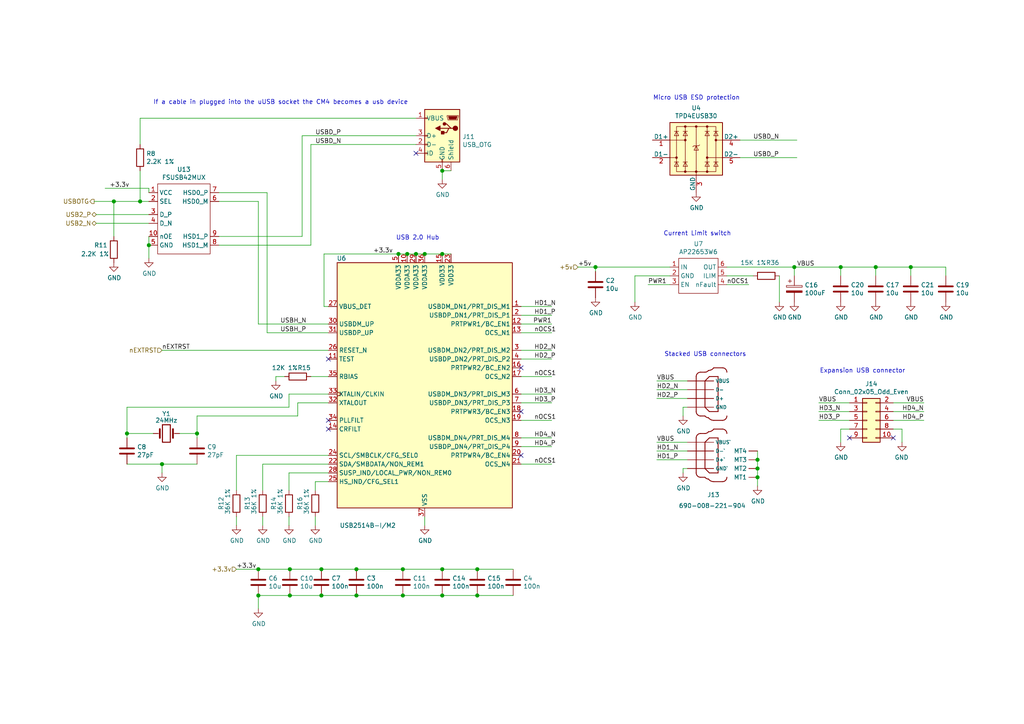
<source format=kicad_sch>
(kicad_sch (version 20211123) (generator eeschema)
  (paper "A4")
  (title_block (title "Compute Module 4 IO Board - USB") (rev "1") (company "© 2020-2022 Raspberry Pi Ltd (formerly Raspberry Pi (Trading) Ltd.)") (comment 1 "www.raspberrypi.com"))
  (lib_symbols
    (symbol "CM4IO:AP2553W6"
      (property "Reference" "U" (at 3.81 -6.35 0))
      (property "Value" "AP2553W6" (at -3.81 -6.35 0))
      (symbol "AP2553W6_0_0"
        (pin power_in line (at -8.89 2.54 0) (length 2.54) (name "IN") (number "1"))
        (pin power_out line (at -8.89 0 0) (length 2.54) (name "GND") (number "2"))
        (pin input line (at -8.89 -2.54 0) (length 2.54) (name "EN") (number "3"))
        (pin open_collector line (at 7.62 -2.54 180) (length 2.54) (name "nFault") (number "4"))
        (pin passive line (at 7.62 0 180) (length 2.54) (name "ILIM") (number "5"))
        (pin power_out line (at 7.62 2.54 180) (length 2.54) (name "OUT") (number "6"))
      )
    )
    (symbol "CM4IO:FSUSB42MX"
      (property "Reference" "U" (at -7.62 20.32 0))
      (property "Value" "FSUSB42MX" (at -2.54 -2.54 0))
      (symbol "FSUSB42MX_0_0"
        (pin power_in line (at 8.89 16.51 180) (length 2.54) (name "VCC") (number "1"))
        (pin input line (at 8.89 3.81 180) (length 2.54) (name "nOE") (number "10"))
        (pin input line (at 8.89 13.97 180) (length 2.54) (name "SEL") (number "2"))
        (pin bidirectional line (at 8.89 10.16 180) (length 2.54) (name "D_P") (number "3"))
        (pin bidirectional line (at 8.89 7.62 180) (length 2.54) (name "D_N") (number "4"))
        (pin power_in line (at 8.89 1.27 180) (length 2.54) (name "GND") (number "5"))
        (pin bidirectional line (at -11.43 13.97 0) (length 2.54) (name "HSD0_M") (number "6"))
        (pin bidirectional line (at -11.43 16.51 0) (length 2.54) (name "HSD0_P") (number "7"))
        (pin bidirectional line (at -11.43 1.27 0) (length 2.54) (name "HSD1_M") (number "8"))
        (pin bidirectional line (at -11.43 3.81 0) (length 2.54) (name "HSD1_P") (number "9"))
      )
    )
    (symbol "CM4IO:TPD4EUSB30" (pin_names (offset 0))
      (property "Reference" "U" (at -0.635 8.89 0))
      (property "Value" "TPD4EUSB30" (at 8.89 -10.16 0))
      (symbol "TPD4EUSB30_1_1"
        (pin passive line (at -12.7 2.54 0) (length 5.08) (name "D1+") (number "1"))
        (pin passive line (at -12.7 2.54 0) (length 5.08) hide (name "~") (number "10"))
        (pin passive line (at -12.7 -2.54 0) (length 5.08) (name "D1-") (number "2"))
        (pin power_in line (at 0 -12.7 90) (length 5.08) (name "GND") (number "3"))
        (pin passive line (at 12.7 2.54 180) (length 5.08) (name "D2+") (number "4"))
        (pin passive line (at 12.7 -2.54 180) (length 5.08) (name "D2-") (number "5"))
        (pin passive line (at 12.7 -2.54 180) (length 5.08) hide (name "~") (number "6"))
        (pin passive line (at 12.7 2.54 180) (length 5.08) hide (name "~") (number "7"))
        (pin passive line (at 0 -12.7 90) (length 5.08) hide (name "GND") (number "8"))
        (pin passive line (at -12.7 -2.54 0) (length 5.08) hide (name "~") (number "9"))
      )
    )
    (symbol "CM4IO:USB_67298-4090" (pin_numbers hide)
      (property "Reference" "J" (at -5.08 21.6408 0))
      (property "Value" "USB_67298-4090" (at -5.08 -17.8054 0))
      (symbol "USB_67298-4090_0_0"
        (pin power_in line (at -7.62 -2.54 0) (length 7.62) (name "VBUS`") (number "1"))
        (pin passive line (at -7.62 -5.08 0) (length 7.62) (name "D-`") (number "2"))
        (pin passive line (at -7.62 -7.62 0) (length 7.62) (name "D+`") (number "3"))
        (pin power_in line (at -7.62 -10.16 0) (length 7.62) (name "GND`") (number "4"))
        (pin power_in line (at -7.62 15.24 0) (length 7.62) (name "VBUS") (number "5"))
        (pin passive line (at -7.62 12.7 0) (length 7.62) (name "D-") (number "6"))
        (pin passive line (at -7.62 10.16 0) (length 7.62) (name "D+") (number "7"))
        (pin power_in line (at -7.62 7.62 0) (length 7.62) (name "GND") (number "8"))
        (pin passive line (at 12.7 -12.7 180) (length 2.54) (name "MT1") (number "MT1"))
        (pin passive line (at 12.7 -10.16 180) (length 2.54) (name "MT2") (number "MT2"))
        (pin passive line (at 12.7 -7.62 180) (length 2.54) (name "MT3") (number "MT3"))
        (pin passive line (at 12.7 -5.08 180) (length 2.54) (name "MT4") (number "MT4"))
      )
    )
    (symbol "Connector:USB_OTG"
      (property "Reference" "J" (at -5.08 11.43 0))
      (property "Value" "USB_OTG" (at -5.08 8.89 0))
      (symbol "USB_OTG_1_1"
        (pin power_in line (at 7.62 5.08 180) (length 2.54) (name "VBUS") (number "1"))
        (pin passive line (at 7.62 -2.54 180) (length 2.54) (name "D-") (number "2"))
        (pin passive line (at 7.62 0 180) (length 2.54) (name "D+") (number "3"))
        (pin passive line (at 7.62 -5.08 180) (length 2.54) (name "ID") (number "4"))
        (pin power_in line (at 0 -10.16 90) (length 2.54) (name "GND") (number "5"))
        (pin passive line (at -2.54 -10.16 90) (length 2.54) (name "Shield") (number "6"))
      )
    )
    (symbol "Connector_Generic:Conn_02x05_Odd_Even" (pin_names hide)
      (property "Reference" "J" (at 1.27 7.62 0))
      (property "Value" "Conn_02x05_Odd_Even" (at 1.27 -7.62 0))
      (symbol "Conn_02x05_Odd_Even_1_1"
        (pin passive line (at -5.08 5.08 0) (length 3.81) (name "Pin_1") (number "1"))
        (pin passive line (at 7.62 -5.08 180) (length 3.81) (name "Pin_10") (number "10"))
        (pin passive line (at 7.62 5.08 180) (length 3.81) (name "Pin_2") (number "2"))
        (pin passive line (at -5.08 2.54 0) (length 3.81) (name "Pin_3") (number "3"))
        (pin passive line (at 7.62 2.54 180) (length 3.81) (name "Pin_4") (number "4"))
        (pin passive line (at -5.08 0 0) (length 3.81) (name "Pin_5") (number "5"))
        (pin passive line (at 7.62 0 180) (length 3.81) (name "Pin_6") (number "6"))
        (pin passive line (at -5.08 -2.54 0) (length 3.81) (name "Pin_7") (number "7"))
        (pin passive line (at 7.62 -2.54 180) (length 3.81) (name "Pin_8") (number "8"))
        (pin passive line (at -5.08 -5.08 0) (length 3.81) (name "Pin_9") (number "9"))
      )
    )
    (symbol "Device:C" (pin_numbers hide) (pin_names (offset 0.254))
      (property "Reference" "C" (at 0.635 2.54 0))
      (property "Value" "C" (at 0.635 -2.54 0))
      (symbol "C_1_1"
        (pin passive line (at 0 3.81 270) (length 2.794) (name "~") (number "1"))
        (pin passive line (at 0 -3.81 90) (length 2.794) (name "~") (number "2"))
      )
    )
    (symbol "Device:CP" (pin_numbers hide) (pin_names (offset 0.254))
      (property "Reference" "C" (at 0.635 2.54 0))
      (property "Value" "CP" (at 0.635 -2.54 0))
      (symbol "CP_1_1"
        (pin passive line (at 0 3.81 270) (length 2.794) (name "~") (number "1"))
        (pin passive line (at 0 -3.81 90) (length 2.794) (name "~") (number "2"))
      )
    )
    (symbol "Device:Crystal" (pin_numbers hide) (pin_names hide)
      (property "Reference" "Y" (at 0 3.81 0))
      (property "Value" "Crystal" (at 0 -3.81 0))
      (symbol "Crystal_1_1"
        (pin passive line (at -3.81 0 0) (length 1.27) (name "1") (number "1"))
        (pin passive line (at 3.81 0 180) (length 1.27) (name "2") (number "2"))
      )
    )
    (symbol "Device:R" (pin_numbers hide) (pin_names (offset 0))
      (property "Reference" "R" (at 2.032 0 90))
      (property "Value" "R" (at 0 0 90))
      (symbol "R_1_1"
        (pin passive line (at 0 3.81 270) (length 1.27) (name "~") (number "1"))
        (pin passive line (at 0 -3.81 90) (length 1.27) (name "~") (number "2"))
      )
    )
    (symbol "Interface_USB:USB2514B_Bi"
      (property "Reference" "U" (at -17.78 40.64 0))
      (property "Value" "USB2514B_Bi" (at -20.32 38.1 0))
      (symbol "USB2514B_Bi_1_1"
        (pin bidirectional line (at 27.94 22.86 180) (length 2.54) (name "USBDM_DN1/PRT_DIS_M1") (number "1"))
        (pin power_in line (at -5.08 38.1 270) (length 2.54) (name "VDDA33") (number "10"))
        (pin input line (at -27.94 7.62 0) (length 2.54) (name "TEST") (number "11"))
        (pin bidirectional line (at 27.94 17.78 180) (length 2.54) (name "PRTPWR1/BC_EN1") (number "12"))
        (pin input line (at 27.94 15.24 180) (length 2.54) (name "OCS_N1") (number "13"))
        (pin input line (at -27.94 -12.7 0) (length 2.54) (name "CRFILT") (number "14"))
        (pin power_in line (at 5.08 38.1 270) (length 2.54) (name "VDD33") (number "15"))
        (pin bidirectional line (at 27.94 5.08 180) (length 2.54) (name "PRTPWR2/BC_EN2") (number "16"))
        (pin input line (at 27.94 2.54 180) (length 2.54) (name "OCS_N2") (number "17"))
        (pin bidirectional line (at 27.94 -7.62 180) (length 2.54) (name "PRTPWR3/BC_EN3") (number "18"))
        (pin input line (at 27.94 -10.16 180) (length 2.54) (name "OCS_N3") (number "19"))
        (pin bidirectional line (at 27.94 20.32 180) (length 2.54) (name "USBDP_DN1/PRT_DIS_P1") (number "2"))
        (pin bidirectional line (at 27.94 -20.32 180) (length 2.54) (name "PRTPWR4/BC_EN4") (number "20"))
        (pin input line (at 27.94 -22.86 180) (length 2.54) (name "OCS_N4") (number "21"))
        (pin bidirectional line (at -27.94 -22.86 0) (length 2.54) (name "SDA/SMBDATA/NON_REM1") (number "22"))
        (pin power_in line (at 7.62 38.1 270) (length 2.54) (name "VDD33") (number "23"))
        (pin bidirectional line (at -27.94 -20.32 0) (length 2.54) (name "SCL/SMBCLK/CFG_SEL0") (number "24"))
        (pin bidirectional line (at -27.94 -27.94 0) (length 2.54) (name "HS_IND/CFG_SEL1") (number "25"))
        (pin input line (at -27.94 10.16 0) (length 2.54) (name "RESET_N") (number "26"))
        (pin input line (at -27.94 22.86 0) (length 2.54) (name "VBUS_DET") (number "27"))
        (pin bidirectional line (at -27.94 -25.4 0) (length 2.54) (name "SUSP_IND/LOCAL_PWR/NON_REM0") (number "28"))
        (pin power_in line (at -2.54 38.1 270) (length 2.54) (name "VDDA33") (number "29"))
        (pin bidirectional line (at 27.94 10.16 180) (length 2.54) (name "USBDM_DN2/PRT_DIS_M2") (number "3"))
        (pin bidirectional line (at -27.94 17.78 0) (length 2.54) (name "USBDM_UP") (number "30"))
        (pin bidirectional line (at -27.94 15.24 0) (length 2.54) (name "USBDP_UP") (number "31"))
        (pin output line (at -27.94 -5.08 0) (length 2.54) (name "XTALOUT") (number "32"))
        (pin input clock (at -27.94 -2.54 0) (length 2.54) (name "XTALIN/CLKIN") (number "33"))
        (pin input line (at -27.94 -10.16 0) (length 2.54) (name "PLLFILT") (number "34"))
        (pin input line (at -27.94 2.54 0) (length 2.54) (name "RBIAS") (number "35"))
        (pin power_in line (at 0 38.1 270) (length 2.54) (name "VDDA33") (number "36"))
        (pin power_in line (at 0 -38.1 90) (length 2.54) (name "VSS") (number "37"))
        (pin bidirectional line (at 27.94 7.62 180) (length 2.54) (name "USBDP_DN2/PRT_DIS_P2") (number "4"))
        (pin power_in line (at -7.62 38.1 270) (length 2.54) (name "VDDA33") (number "5"))
        (pin bidirectional line (at 27.94 -2.54 180) (length 2.54) (name "USBDM_DN3/PRT_DIS_M3") (number "6"))
        (pin bidirectional line (at 27.94 -5.08 180) (length 2.54) (name "USBDP_DN3/PRT_DIS_P3") (number "7"))
        (pin bidirectional line (at 27.94 -15.24 180) (length 2.54) (name "USBDM_DN4/PRT_DIS_M4") (number "8"))
        (pin bidirectional line (at 27.94 -17.78 180) (length 2.54) (name "USBDP_DN4/PRT_DIS_P4") (number "9"))
      )
    )
    (symbol "power:GND" (power) (pin_names (offset 0))
      (property "Value" "GND" (at 0 -3.81 0))
      (symbol "GND_1_1"
        (pin power_in line (at 0 0 270) (length 0) hide (name "GND") (number "1"))
      )
    )
  )
  (junction (at 103.378 165.1) (diameter 1.016))
  (junction (at 103.378 172.72) (diameter 1.016))
  (junction (at 138.43 165.1) (diameter 1.016))
  (junction (at 93.218 165.1) (diameter 1.016))
  (junction (at 128.27 49.53) (diameter 1.016))
  (junction (at 74.93 172.72) (diameter 1.016))
  (junction (at 172.72 77.47) (diameter 1.016))
  (junction (at 219.71 138.43) (diameter 1.016))
  (junction (at 116.84 165.1) (diameter 1.016))
  (junction (at 84.074 165.1) (diameter 1.016))
  (junction (at 128.27 172.72) (diameter 1.016))
  (junction (at 254 77.47) (diameter 1.016))
  (junction (at 36.83 125.73) (diameter 1.016))
  (junction (at 120.65 73.66) (diameter 1.016))
  (junction (at 128.27 73.66) (diameter 1.016))
  (junction (at 219.71 133.35) (diameter 1.016))
  (junction (at 40.64 58.42) (diameter 1.016))
  (junction (at 219.71 135.89) (diameter 1.016))
  (junction (at 123.19 73.66) (diameter 1.016))
  (junction (at 128.27 165.1) (diameter 1.016))
  (junction (at 230.378 77.47) (diameter 1.016))
  (junction (at 74.93 165.1) (diameter 1.016))
  (junction (at 93.218 172.72) (diameter 1.016))
  (junction (at 57.15 125.73) (diameter 1.016))
  (junction (at 84.074 172.72) (diameter 1.016))
  (junction (at 264.16 77.47) (diameter 1.016))
  (junction (at 43.18 71.12) (diameter 1.016))
  (junction (at 33.02 58.42) (diameter 1.016))
  (junction (at 115.57 73.66) (diameter 1.016))
  (junction (at 243.84 77.47) (diameter 1.016))
  (junction (at 116.84 172.72) (diameter 1.016))
  (junction (at 118.11 73.66) (diameter 1.016))
  (junction (at 138.43 172.72) (diameter 1.016))
  (junction (at 46.99 134.62) (diameter 1.016))
  (no_connect (at 95.25 121.92))
  (no_connect (at 95.25 104.14))
  (no_connect (at 120.65 44.45))
  (no_connect (at 246.38 127))
  (no_connect (at 259.08 127))
  (no_connect (at 95.25 124.46))
  (no_connect (at 151.13 119.38))
  (no_connect (at 151.13 106.68))
  (no_connect (at 151.13 132.08))
  (wire (pts (xy 151.13 96.52) (xy 160.02 96.52)))
  (wire (pts (xy 86.36 116.84) (xy 86.36 120.65)))
  (wire (pts (xy 267.97 121.92) (xy 259.08 121.92)))
  (wire (pts (xy 151.13 88.9) (xy 160.02 88.9)))
  (wire (pts (xy 74.93 165.1) (xy 84.074 165.1)))
  (wire (pts (xy 190.5 113.03) (xy 199.39 113.03)))
  (wire (pts (xy 151.13 116.84) (xy 160.02 116.84)))
  (wire (pts (xy 36.83 127) (xy 36.83 125.73)))
  (wire (pts (xy 190.5 115.57) (xy 199.39 115.57)))
  (wire (pts (xy 172.72 77.47) (xy 194.31 77.47)))
  (wire (pts (xy 93.218 165.1) (xy 103.378 165.1)))
  (wire (pts (xy 267.97 116.84) (xy 259.08 116.84)))
  (wire (pts (xy 237.49 116.84) (xy 246.38 116.84)))
  (wire (pts (xy 151.13 91.44) (xy 160.02 91.44)))
  (wire (pts (xy 57.15 120.65) (xy 57.15 125.73)))
  (wire (pts (xy 95.25 93.98) (xy 74.93 93.98)))
  (wire (pts (xy 83.82 142.24) (xy 83.82 137.16)))
  (wire (pts (xy 151.13 114.3) (xy 160.02 114.3)))
  (wire (pts (xy 138.43 165.1) (xy 148.844 165.1)))
  (wire (pts (xy 68.58 149.86) (xy 68.58 152.4)))
  (wire (pts (xy 194.31 80.01) (xy 184.15 80.01)))
  (wire (pts (xy 83.82 118.11) (xy 36.83 118.11)))
  (wire (pts (xy 93.98 88.9) (xy 93.98 73.66)))
  (wire (pts (xy 43.18 58.42) (xy 40.64 58.42)))
  (wire (pts (xy 77.47 55.88) (xy 77.47 96.52)))
  (wire (pts (xy 184.15 80.01) (xy 184.15 87.63)))
  (wire (pts (xy 74.93 58.42) (xy 74.93 93.98)))
  (wire (pts (xy 118.11 73.66) (xy 120.65 73.66)))
  (wire (pts (xy 151.13 134.62) (xy 160.02 134.62)))
  (wire (pts (xy 43.18 55.88) (xy 43.18 54.61)))
  (wire (pts (xy 83.82 114.3) (xy 83.82 118.11)))
  (wire (pts (xy 36.83 118.11) (xy 36.83 125.73)))
  (wire (pts (xy 82.55 109.22) (xy 80.01 109.22)))
  (wire (pts (xy 128.27 172.72) (xy 138.43 172.72)))
  (wire (pts (xy 63.5 71.12) (xy 90.17 71.12)))
  (wire (pts (xy 91.44 149.86) (xy 91.44 152.4)))
  (wire (pts (xy 254 77.47) (xy 264.16 77.47)))
  (wire (pts (xy 264.16 77.47) (xy 264.16 80.01)))
  (wire (pts (xy 219.71 138.43) (xy 219.71 140.97)))
  (wire (pts (xy 128.27 49.53) (xy 130.81 49.53)))
  (wire (pts (xy 76.2 134.62) (xy 95.25 134.62)))
  (wire (pts (xy 90.17 71.12) (xy 90.17 41.91)))
  (wire (pts (xy 219.71 130.81) (xy 219.71 133.35)))
  (wire (pts (xy 76.2 149.86) (xy 76.2 152.4)))
  (wire (pts (xy 57.15 125.73) (xy 57.15 127)))
  (wire (pts (xy 151.13 101.6) (xy 160.02 101.6)))
  (wire (pts (xy 90.17 109.22) (xy 95.25 109.22)))
  (wire (pts (xy 190.5 130.81) (xy 199.39 130.81)))
  (wire (pts (xy 210.82 77.47) (xy 230.378 77.47)))
  (wire (pts (xy 230.378 77.47) (xy 243.84 77.47)))
  (wire (pts (xy 128.27 52.07) (xy 128.27 49.53)))
  (wire (pts (xy 167.64 77.47) (xy 172.72 77.47)))
  (wire (pts (xy 151.13 121.92) (xy 160.02 121.92)))
  (wire (pts (xy 123.19 73.66) (xy 128.27 73.66)))
  (wire (pts (xy 214.63 40.64) (xy 231.14 40.64)))
  (wire (pts (xy 243.84 77.47) (xy 254 77.47)))
  (wire (pts (xy 63.5 68.58) (xy 87.63 68.58)))
  (wire (pts (xy 27.94 64.77) (xy 43.18 64.77)))
  (wire (pts (xy 84.074 172.72) (xy 93.218 172.72)))
  (wire (pts (xy 68.58 132.08) (xy 95.25 132.08)))
  (wire (pts (xy 151.13 104.14) (xy 160.02 104.14)))
  (wire (pts (xy 95.25 116.84) (xy 86.36 116.84)))
  (wire (pts (xy 87.63 68.58) (xy 87.63 39.37)))
  (wire (pts (xy 261.62 124.46) (xy 261.62 128.27)))
  (wire (pts (xy 214.63 45.72) (xy 231.14 45.72)))
  (wire (pts (xy 190.5 128.27) (xy 199.39 128.27)))
  (wire (pts (xy 86.36 120.65) (xy 57.15 120.65)))
  (wire (pts (xy 93.98 73.66) (xy 115.57 73.66)))
  (wire (pts (xy 83.82 149.86) (xy 83.82 152.4)))
  (wire (pts (xy 237.49 121.92) (xy 246.38 121.92)))
  (wire (pts (xy 219.71 133.35) (xy 219.71 135.89)))
  (wire (pts (xy 46.99 134.62) (xy 57.15 134.62)))
  (wire (pts (xy 151.13 109.22) (xy 160.02 109.22)))
  (wire (pts (xy 91.44 142.24) (xy 91.44 139.7)))
  (wire (pts (xy 219.71 135.89) (xy 219.71 138.43)))
  (wire (pts (xy 254 77.47) (xy 254 80.01)))
  (wire (pts (xy 120.65 73.66) (xy 123.19 73.66)))
  (wire (pts (xy 27.305 58.42) (xy 33.02 58.42)))
  (wire (pts (xy 226.06 80.01) (xy 226.06 87.63)))
  (wire (pts (xy 138.43 172.72) (xy 148.844 172.72)))
  (wire (pts (xy 103.378 172.72) (xy 116.84 172.72)))
  (wire (pts (xy 83.82 114.3) (xy 95.25 114.3)))
  (wire (pts (xy 63.5 55.88) (xy 77.47 55.88)))
  (wire (pts (xy 123.19 149.86) (xy 123.19 152.4)))
  (wire (pts (xy 230.378 77.47) (xy 230.378 80.01)))
  (wire (pts (xy 199.39 118.11) (xy 198.12 118.11)))
  (wire (pts (xy 93.218 172.72) (xy 103.378 172.72)))
  (wire (pts (xy 190.5 110.49) (xy 199.39 110.49)))
  (wire (pts (xy 36.83 125.73) (xy 44.45 125.73)))
  (wire (pts (xy 237.49 119.38) (xy 246.38 119.38)))
  (wire (pts (xy 103.378 165.1) (xy 116.84 165.1)))
  (wire (pts (xy 151.13 93.98) (xy 160.02 93.98)))
  (wire (pts (xy 115.57 73.66) (xy 118.11 73.66)))
  (wire (pts (xy 30.48 54.61) (xy 43.18 54.61)))
  (wire (pts (xy 210.82 82.55) (xy 217.17 82.55)))
  (wire (pts (xy 274.32 80.01) (xy 274.32 77.47)))
  (wire (pts (xy 210.82 80.01) (xy 218.44 80.01)))
  (wire (pts (xy 187.96 82.55) (xy 194.31 82.55)))
  (wire (pts (xy 95.25 88.9) (xy 93.98 88.9)))
  (wire (pts (xy 91.44 139.7) (xy 95.25 139.7)))
  (wire (pts (xy 74.93 176.53) (xy 74.93 172.72)))
  (wire (pts (xy 36.83 134.62) (xy 46.99 134.62)))
  (wire (pts (xy 128.27 73.66) (xy 130.81 73.66)))
  (wire (pts (xy 77.47 96.52) (xy 95.25 96.52)))
  (wire (pts (xy 259.08 124.46) (xy 261.62 124.46)))
  (wire (pts (xy 63.5 58.42) (xy 74.93 58.42)))
  (wire (pts (xy 190.5 133.35) (xy 199.39 133.35)))
  (wire (pts (xy 243.84 124.46) (xy 246.38 124.46)))
  (wire (pts (xy 74.93 172.72) (xy 84.074 172.72)))
  (wire (pts (xy 68.58 165.1) (xy 74.93 165.1)))
  (wire (pts (xy 43.18 71.12) (xy 43.18 74.93)))
  (wire (pts (xy 33.02 58.42) (xy 33.02 68.58)))
  (wire (pts (xy 199.39 135.89) (xy 198.12 135.89)))
  (wire (pts (xy 116.84 172.72) (xy 128.27 172.72)))
  (wire (pts (xy 151.13 129.54) (xy 160.02 129.54)))
  (wire (pts (xy 243.84 124.46) (xy 243.84 128.27)))
  (wire (pts (xy 116.84 165.1) (xy 128.27 165.1)))
  (wire (pts (xy 40.64 49.53) (xy 40.64 58.42)))
  (wire (pts (xy 46.99 101.6) (xy 95.25 101.6)))
  (wire (pts (xy 128.27 165.1) (xy 138.43 165.1)))
  (wire (pts (xy 198.12 135.89) (xy 198.12 137.16)))
  (wire (pts (xy 151.13 127) (xy 160.02 127)))
  (wire (pts (xy 27.94 62.23) (xy 43.18 62.23)))
  (wire (pts (xy 264.16 77.47) (xy 274.32 77.47)))
  (wire (pts (xy 76.2 142.24) (xy 76.2 134.62)))
  (wire (pts (xy 52.07 125.73) (xy 57.15 125.73)))
  (wire (pts (xy 40.64 34.29) (xy 120.65 34.29)))
  (wire (pts (xy 40.64 58.42) (xy 33.02 58.42)))
  (wire (pts (xy 68.58 142.24) (xy 68.58 132.08)))
  (wire (pts (xy 90.17 41.91) (xy 120.65 41.91)))
  (wire (pts (xy 84.074 165.1) (xy 93.218 165.1)))
  (wire (pts (xy 198.12 118.11) (xy 198.12 120.65)))
  (wire (pts (xy 87.63 39.37) (xy 120.65 39.37)))
  (wire (pts (xy 172.72 78.74) (xy 172.72 77.47)))
  (wire (pts (xy 80.01 109.22) (xy 80.01 110.49)))
  (wire (pts (xy 40.64 41.91) (xy 40.64 34.29)))
  (wire (pts (xy 83.82 137.16) (xy 95.25 137.16)))
  (wire (pts (xy 43.18 68.58) (xy 43.18 71.12)))
  (wire (pts (xy 267.97 119.38) (xy 259.08 119.38)))
  (wire (pts (xy 46.99 134.62) (xy 46.99 137.16)))
  (wire (pts (xy 243.84 80.01) (xy 243.84 77.47)))
  (text "Expansion USB connector" (at 262.6106 108.3818 180) (effects (font (size 1.27 1.27)) (justify right bottom)))
  (text "Current Limit switch" (at 212.09 68.58 180) (effects (font (size 1.27 1.27)) (justify right bottom)))
  (text "USB 2.0 Hub" (at 127.4318 69.7992 180) (effects (font (size 1.27 1.27)) (justify right bottom)))
  (text "If a cable in plugged into the uUSB socket the CM4 becomes a usb device" (at 44.45 30.48 0) (effects (font (size 1.27 1.27)) (justify left bottom)))
  (text "Micro USB ESD protection" (at 214.63 29.21 180) (effects (font (size 1.27 1.27)) (justify right bottom)))
  (text "Stacked USB connectors" (at 216.4588 103.5812 180) (effects (font (size 1.27 1.27)) (justify right bottom)))
  (label "nOCS1" (at 154.94 96.52 0))
  (label "+3.3v" (at 31.75 54.61 0))
  (label "HD2_P" (at 190.5 115.57 0))
  (label "HD3_N" (at 237.49 119.38 0))
  (label "HD1_P" (at 190.5 133.35 0))
  (label "HD1_N" (at 154.94 88.9 0))
  (label "HD4_P" (at 154.94 129.54 0))
  (label "VBUS" (at 237.49 116.84 0))
  (label "nOCS1" (at 210.82 82.55 0))
  (label "VBUS" (at 190.5 110.49 0))
  (label "HD2_N" (at 190.5 113.03 0))
  (label "PWR1" (at 160.02 93.98 180))
  (label "USBD_N" (at 218.44 40.64 0))
  (label "nOCS1" (at 154.94 109.22 0))
  (label "VBUS" (at 231.14 77.47 0))
  (label "USBD_N" (at 91.44 41.91 0))
  (label "HD2_P" (at 154.94 104.14 0))
  (label "VBUS" (at 190.5 128.27 0))
  (label "+3.3v" (at 68.58 165.1 0))
  (label "+5v" (at 167.64 77.47 0))
  (label "HD4_N" (at 154.94 127 0))
  (label "HD4_P" (at 267.97 121.92 180))
  (label "USBH_P" (at 81.28 96.52 0))
  (label "HD3_P" (at 154.94 116.84 0))
  (label "nEXTRST" (at 46.99 101.6 0))
  (label "+3.3v" (at 108.204 73.66 0))
  (label "HD2_N" (at 154.94 101.6 0))
  (label "USBD_P" (at 218.44 45.72 0))
  (label "HD1_N" (at 190.5 130.81 0))
  (label "USBD_P" (at 91.44 39.37 0))
  (label "HD4_N" (at 267.97 119.38 180))
  (label "nOCS1" (at 154.94 134.62 0))
  (label "nOCS1" (at 154.94 121.92 0))
  (label "HD3_P" (at 237.49 121.92 0))
  (label "PWR1" (at 187.96 82.55 0))
  (label "USBH_N" (at 81.28 93.98 0))
  (label "HD3_N" (at 154.94 114.3 0))
  (label "HD1_P" (at 154.94 91.44 0))
  (label "VBUS" (at 267.97 116.84 180))
  (hierarchical_label "USB2_N" (shape bidirectional) (at 27.94 64.77 180))
  (hierarchical_label "USBOTG" (shape output) (at 27.305 58.42 180))
  (hierarchical_label "+3.3v" (shape input) (at 68.58 165.1 180))
  (hierarchical_label "USB2_P" (shape bidirectional) (at 27.94 62.23 180))
  (hierarchical_label "nEXTRST" (shape input) (at 46.99 101.6 180))
  (hierarchical_label "+5v" (shape input) (at 167.64 77.47 180))
  (symbol (lib_id "CM4IO:USB_67298-4090") (at 207.01 125.73 0) (unit 1)
    (property "Reference" "J13" (at 205.105 143.51 0) (effects (justify left)))
    (property "Value" "690-008-221-904" (at 196.85 146.685 0) (effects (justify left)))
    (property "Footprint" "CM4IO:MOLEX_USB_67298-4090" (effects hide))
    (property "Datasheet" "https://www.molex.com/pdm_docs/sd/672984090_sd.pdf" (effects hide))
    (property "Field4" "Farnell" (effects hide))
    (property "Field5" "	2751688" (effects hide))
    (property "Field6" "690-008-221-904" (effects hide))
    (property "Field7" "EDAC" (effects hide))
    (property "Field8" "UCON00727" (effects hide))
    (property "Part Description" "USB-A (USB TYPE-A), Stacked Receptacle Connector 8 Position Through Hole, Right Angle" (effects hide))
  )
  (symbol (lib_id "power:GND") (at 243.84 128.27 0) (unit 1)
    (property "Reference" "#PWR025" (effects hide))
    (property "Value" "GND" (at 243.967 132.6642 0))
  )
  (symbol (lib_id "power:GND") (at 261.62 128.27 0) (mirror y) (unit 1)
    (property "Reference" "#PWR026" (effects hide))
    (property "Value" "GND" (at 261.493 132.6642 0))
  )
  (symbol (lib_id "Connector_Generic:Conn_02x05_Odd_Even") (at 251.46 121.92 0) (unit 1)
    (property "Reference" "J14" (at 252.73 111.3282 0))
    (property "Value" "Conn_02x05_Odd_Even" (at 252.73 113.6396 0))
    (property "Footprint" "Connector_PinHeader_2.54mm:PinHeader_2x05_P2.54mm_Vertical" (effects hide))
    (property "Datasheet" "https://www.toby.co.uk/uploads/publications/1673.pdf" (effects hide))
    (property "Field4" "Toby" (effects hide))
    (property "Field5" "THD-05-R" (effects hide))
    (property "Field6" "THD-05-R" (effects hide))
    (property "Field7" "Toby" (effects hide))
    (property "Part Description" "PinHeader_2x05_P2.54mm_Vertical" (effects hide))
  )
  (symbol (lib_id "Connector:USB_OTG") (at 128.27 39.37 0) (mirror y) (unit 1)
    (property "Reference" "J11" (at 134.112 39.6494 0) (effects (justify right)))
    (property "Value" "USB_OTG" (at 134.112 41.9608 0) (effects (justify right)))
    (property "Footprint" "CM4IO:USB_Micro-B_EDAC_UCON00686" (effects hide))
    (property "Datasheet" "https://cdn.amphenol-icc.com/media/wysiwyg/files/documentation/datasheet/inputoutput/io_usb_micro.pd" (effects hide))
    (property "Field4" "Digikey" (effects hide))
    (property "Field5" "609-4050-2-ND" (effects hide))
    (property "Field6" "690-005-298-486" (effects hide))
    (property "Field7" "EDAC" (effects hide))
    (property "Part Description" "USB - micro B USB 2.0 Receptacle Connector 5 Position Surface Mount, Right Angle; Through Hole" (effects hide))
    (property "Field8" "UCON00686" (effects hide))
  )
  (symbol (lib_id "Device:R") (at 40.64 45.72 0) (unit 1)
    (property "Reference" "R8" (at 42.418 44.5516 0) (effects (justify left)))
    (property "Value" "2.2K 1%" (at 42.418 46.863 0) (effects (justify left)))
    (property "Footprint" "Resistor_SMD:R_0402_1005Metric" (effects hide))
    (property "Datasheet" "https://fscdn.rohm.com/en/products/databook/datasheet/passive/resistor/chip_resistor/mcr-e.pdf" (effects hide))
    (property "Field4" "Farnell" (effects hide))
    (property "Field5" "9239278" (effects hide))
    (property "Field7" "KOA EUROPE GMBH" (effects hide))
    (property "Field6" "RK73G1ETQTP2201D         " (effects hide))
    (property "Part Description" "Resistor 2.2K M1005 1% 63mW" (effects hide))
    (property "Field8" "120889581" (effects hide))
  )
  (symbol (lib_id "power:GND") (at 172.72 86.36 0) (unit 1)
    (property "Reference" "#PWR017" (effects hide))
    (property "Value" "GND" (at 172.847 90.7542 0))
  )
  (symbol (lib_id "Device:C") (at 243.84 83.82 0) (unit 1)
    (property "Reference" "C20" (at 246.761 82.6516 0) (effects (justify left)))
    (property "Value" "10u" (at 246.761 84.963 0) (effects (justify left)))
    (property "Footprint" "Capacitor_SMD:C_0805_2012Metric" (effects hide))
    (property "Datasheet" "https://search.murata.co.jp/Ceramy/image/img/A01X/G101/ENG/GRM21BR71A106KA73-01.pdf" (effects hide))
    (property "Field5" "490-14381-1-ND" (effects hide))
    (property "Field4" "Digikey" (effects hide))
    (property "Field6" "GRM21BR71A106KA73L" (effects hide))
    (property "Field7" "Murata" (effects hide))
    (property "Part Description" "	10uF 10% 10V Ceramic Capacitor X7R 0805 (2012 Metric)" (effects hide))
    (property "Field8" "111893011" (effects hide))
  )
  (symbol (lib_id "power:GND") (at 243.84 87.63 0) (unit 1)
    (property "Reference" "#PWR021" (effects hide))
    (property "Value" "GND" (at 243.967 92.0242 0))
  )
  (symbol (lib_id "Device:C") (at 254 83.82 0) (unit 1)
    (property "Reference" "C17" (at 256.921 82.6516 0) (effects (justify left)))
    (property "Value" "10u" (at 256.921 84.963 0) (effects (justify left)))
    (property "Footprint" "Capacitor_SMD:C_0805_2012Metric" (effects hide))
    (property "Datasheet" "https://search.murata.co.jp/Ceramy/image/img/A01X/G101/ENG/GRM21BR71A106KA73-01.pdf" (effects hide))
    (property "Field5" "490-14381-1-ND" (effects hide))
    (property "Field4" "Digikey" (effects hide))
    (property "Field6" "GRM21BR71A106KA73L" (effects hide))
    (property "Field7" "Murata" (effects hide))
    (property "Part Description" "	10uF 10% 10V Ceramic Capacitor X7R 0805 (2012 Metric)" (effects hide))
    (property "Field8" "111893011" (effects hide))
  )
  (symbol (lib_id "power:GND") (at 254 87.63 0) (unit 1)
    (property "Reference" "#PWR018" (effects hide))
    (property "Value" "GND" (at 254.127 92.0242 0))
  )
  (symbol (lib_id "Device:C") (at 264.16 83.82 0) (unit 1)
    (property "Reference" "C21" (at 267.081 82.6516 0) (effects (justify left)))
    (property "Value" "10u" (at 267.081 84.963 0) (effects (justify left)))
    (property "Footprint" "Capacitor_SMD:C_0805_2012Metric" (effects hide))
    (property "Datasheet" "https://search.murata.co.jp/Ceramy/image/img/A01X/G101/ENG/GRM21BR71A106KA73-01.pdf" (effects hide))
    (property "Field5" "490-14381-1-ND" (effects hide))
    (property "Field4" "Digikey" (effects hide))
    (property "Field6" "GRM21BR71A106KA73L" (effects hide))
    (property "Field7" "Murata" (effects hide))
    (property "Part Description" "	10uF 10% 10V Ceramic Capacitor X7R 0805 (2012 Metric)" (effects hide))
    (property "Field8" "111893011" (effects hide))
  )
  (symbol (lib_id "Device:C") (at 274.32 83.82 0) (unit 1)
    (property "Reference" "C19" (at 277.241 82.6516 0) (effects (justify left)))
    (property "Value" "10u" (at 277.241 84.963 0) (effects (justify left)))
    (property "Footprint" "Capacitor_SMD:C_0805_2012Metric" (effects hide))
    (property "Datasheet" "https://search.murata.co.jp/Ceramy/image/img/A01X/G101/ENG/GRM21BR71A106KA73-01.pdf" (effects hide))
    (property "Field5" "490-14381-1-ND" (effects hide))
    (property "Field4" "Digikey" (effects hide))
    (property "Field6" "GRM21BR71A106KA73L" (effects hide))
    (property "Field7" "Murata" (effects hide))
    (property "Part Description" "	10uF 10% 10V Ceramic Capacitor X7R 0805 (2012 Metric)" (effects hide))
    (property "Field8" "111893011" (effects hide))
  )
  (symbol (lib_id "power:GND") (at 198.12 120.65 0) (unit 1)
    (property "Reference" "#PWR023" (effects hide))
    (property "Value" "GND" (at 198.247 125.0442 0))
  )
  (symbol (lib_id "power:GND") (at 198.12 137.16 0) (unit 1)
    (property "Reference" "#PWR024" (effects hide))
    (property "Value" "GND" (at 198.247 141.5542 0))
  )
  (symbol (lib_id "Device:R") (at 33.02 72.39 0) (unit 1)
    (property "Reference" "R11" (at 27.305 71.12 0) (effects (justify left)))
    (property "Value" "2.2K 1%" (at 23.495 73.66 0) (effects (justify left)))
    (property "Footprint" "Resistor_SMD:R_0402_1005Metric" (effects hide))
    (property "Datasheet" "https://fscdn.rohm.com/en/products/databook/datasheet/passive/resistor/chip_resistor/mcr-e.pdf" (effects hide))
    (property "Field4" "Farnell" (effects hide))
    (property "Field5" "9239278" (effects hide))
    (property "Field7" "KOA EUROPE GMBH" (effects hide))
    (property "Field6" "RK73G1ETQTP2201D         " (effects hide))
    (property "Part Description" "Resistor 2.2K M1005 1% 63mW" (effects hide))
    (property "Field8" "120889581" (effects hide))
  )
  (symbol (lib_id "CM4IO:AP2553W6") (at 203.2 80.01 0) (unit 1)
    (property "Reference" "U7" (at 202.565 70.739 0))
    (property "Value" "AP22653W6" (at 202.565 73.0504 0))
    (property "Footprint" "Package_TO_SOT_SMD:SOT-23-6" (effects hide))
    (property "Datasheet" "https://www.diodes.com/assets/Datasheets/AP255x.pdf" (effects hide))
    (property "Field4" "Digikey" (effects hide))
    (property "Field5" "	31-AP22653W6-7CT-ND" (effects hide))
    (property "Field6" "AP22653W6" (effects hide))
    (property "Field7" "Diodes" (effects hide))
    (property "Part Description" "	Power Switch/Driver 1:1 P-Channel 2.1A SOT-23-6" (effects hide))
  )
  (symbol (lib_id "Interface_USB:USB2514B_Bi") (at 123.19 111.76 0) (unit 1)
    (property "Reference" "U6" (at 99.06 74.93 0))
    (property "Value" "USB2514B-I/M2" (at 106.68 152.4 0))
    (property "Footprint" "Package_DFN_QFN:QFN-36-1EP_6x6mm_P0.5mm_EP3.7x3.7mm" (effects hide))
    (property "Datasheet" "http://ww1.microchip.com/downloads/en/DeviceDoc/00001692C.pdf" (effects hide))
    (property "Field4" "Farnell" (effects hide))
    (property "Field5" "2775060" (effects hide))
    (property "Field6" "USB2514B-I/M2" (effects hide))
    (property "Field7" "Microchip" (effects hide))
    (property "Part Description" "	USB Hub Controller USB Interface 36-SQFN (6x6)" (effects hide))
    (property "Field8" "UICC00931" (effects hide))
  )
  (symbol (lib_id "power:GND") (at 80.01 110.49 0) (unit 1)
    (property "Reference" "#PWR010" (effects hide))
    (property "Value" "GND" (at 80.137 114.8842 0))
  )
  (symbol (lib_id "power:GND") (at 184.15 87.63 0) (unit 1)
    (property "Reference" "#PWR014" (effects hide))
    (property "Value" "GND" (at 184.277 92.0242 0))
  )
  (symbol (lib_id "Device:R") (at 83.82 146.05 0) (unit 1)
    (property "Reference" "R14" (at 79.375 147.955 90) (effects (justify left)))
    (property "Value" "36K 1%" (at 81.28 149.225 90) (effects (justify left)))
    (property "Footprint" "Resistor_SMD:R_0402_1005Metric" (effects hide))
    (property "Datasheet" "https://fscdn.rohm.com/en/products/databook/datasheet/passive/resistor/chip_resistor/mcr-e.pdf" (effects hide))
    (property "Field4" "Farnell" (effects hide))
    (property "Field5" "1458788" (effects hide))
    (property "Field7" "Rohm" (effects hide))
    (property "Field6" "MCR01MZPF3602" (effects hide))
    (property "Part Description" "Resistor 36K M1005 1% 63mW" (effects hide))
  )
  (symbol (lib_id "Device:R") (at 76.2 146.05 0) (unit 1)
    (property "Reference" "R13" (at 71.755 147.955 90) (effects (justify left)))
    (property "Value" "36K 1%" (at 73.66 149.225 90) (effects (justify left)))
    (property "Footprint" "Resistor_SMD:R_0402_1005Metric" (effects hide))
    (property "Datasheet" "https://fscdn.rohm.com/en/products/databook/datasheet/passive/resistor/chip_resistor/mcr-e.pdf" (effects hide))
    (property "Field4" "Farnell" (effects hide))
    (property "Field5" "1458788" (effects hide))
    (property "Field7" "Rohm" (effects hide))
    (property "Field6" "MCR01MZPF3602" (effects hide))
    (property "Part Description" "Resistor 36K M1005 1% 63mW" (effects hide))
  )
  (symbol (lib_id "Device:R") (at 68.58 146.05 0) (unit 1)
    (property "Reference" "R12" (at 64.135 147.955 90) (effects (justify left)))
    (property "Value" "36K 1%" (at 66.04 149.225 90) (effects (justify left)))
    (property "Footprint" "Resistor_SMD:R_0402_1005Metric" (effects hide))
    (property "Datasheet" "https://fscdn.rohm.com/en/products/databook/datasheet/passive/resistor/chip_resistor/mcr-e.pdf" (effects hide))
    (property "Field4" "Farnell" (effects hide))
    (property "Field5" "1458788" (effects hide))
    (property "Field7" "Rohm" (effects hide))
    (property "Field6" "MCR01MZPF3602" (effects hide))
    (property "Part Description" "Resistor 36K M1005 1% 63mW" (effects hide))
  )
  (symbol (lib_id "power:GND") (at 68.58 152.4 0) (unit 1)
    (property "Reference" "#PWR08" (effects hide))
    (property "Value" "GND" (at 68.707 156.7942 0))
  )
  (symbol (lib_id "power:GND") (at 76.2 152.4 0) (unit 1)
    (property "Reference" "#PWR09" (effects hide))
    (property "Value" "GND" (at 76.327 156.7942 0))
  )
  (symbol (lib_id "power:GND") (at 83.82 152.4 0) (unit 1)
    (property "Reference" "#PWR011" (effects hide))
    (property "Value" "GND" (at 83.947 156.7942 0))
  )
  (symbol (lib_id "power:GND") (at 91.44 152.4 0) (unit 1)
    (property "Reference" "#PWR012" (effects hide))
    (property "Value" "GND" (at 91.567 156.7942 0))
  )
  (symbol (lib_id "Device:R") (at 222.25 80.01 90) (unit 1)
    (property "Reference" "R36" (at 226.06 76.2 90) (effects (justify left)))
    (property "Value" "15K 1%" (at 222.25 76.2 90) (effects (justify left)))
    (property "Footprint" "Resistor_SMD:R_0402_1005Metric" (effects hide))
    (property "Datasheet" "https://fscdn.rohm.com/en/products/databook/datasheet/passive/resistor/chip_resistor/mcr-e.pdf" (effects hide))
    (property "Field4" "Farnell" (effects hide))
    (property "Field5" "9239375" (effects hide))
    (property "Field6" "MCR01MZPF1502" (effects hide))
    (property "Field7" "Rohm" (effects hide))
    (property "Part Description" "Resistor 15K M1005 1% 63mW" (effects hide))
    (property "Field8" "120891581" (effects hide))
  )
  (symbol (lib_id "power:GND") (at 226.06 87.63 0) (unit 1)
    (property "Reference" "#PWR019" (effects hide))
    (property "Value" "GND" (at 226.187 92.0242 0))
  )
  (symbol (lib_id "power:GND") (at 264.16 87.63 0) (unit 1)
    (property "Reference" "#PWR049" (effects hide))
    (property "Value" "GND" (at 264.287 92.0242 0))
  )
  (symbol (lib_id "power:GND") (at 274.32 87.63 0) (unit 1)
    (property "Reference" "#PWR050" (effects hide))
    (property "Value" "GND" (at 274.447 92.0242 0))
  )
  (symbol (lib_id "power:GND") (at 219.71 140.97 0) (unit 1)
    (property "Reference" "#PWR0114" (effects hide))
    (property "Value" "GND" (at 219.837 145.3642 0))
  )
  (symbol (lib_id "power:GND") (at 128.27 52.07 0) (unit 1)
    (property "Reference" "#PWR013" (effects hide))
    (property "Value" "GND" (at 128.397 56.4642 0))
  )
  (symbol (lib_id "CM4IO:FSUSB42MX") (at 52.07 72.39 0) (mirror y) (unit 1)
    (property "Reference" "U13" (at 53.34 49.149 0))
    (property "Value" "FSUSB42MUX" (at 53.34 51.4604 0))
    (property "Footprint" "Package_SO:MSOP-10_3x3mm_P0.5mm" (effects hide))
    (property "Datasheet" "https://www.onsemi.com/pub/Collateral/FSUSB42-D.PDF" (effects hide))
    (property "Field4" "Farnell" (effects hide))
    (property "Field5" "2564479" (effects hide))
    (property "Field6" "FSUSB42MUX" (effects hide))
    (property "Field7" "Onsemi" (effects hide))
    (property "Part Description" "USB Switch IC 1 Channel 10-MSOP" (effects hide))
  )
  (symbol (lib_id "power:GND") (at 123.19 152.4 0) (unit 1)
    (property "Reference" "#PWR0142" (effects hide))
    (property "Value" "GND" (at 123.317 156.7942 0))
  )
  (symbol (lib_id "power:GND") (at 43.18 74.93 0) (unit 1)
    (property "Reference" "#PWR0143" (effects hide))
    (property "Value" "GND" (at 43.307 79.3242 0))
  )
  (symbol (lib_id "power:GND") (at 33.02 76.2 0) (unit 1)
    (property "Reference" "#PWR0144" (effects hide))
    (property "Value" "GND" (at 33.147 80.5942 0))
  )
  (symbol (lib_id "Device:R") (at 86.36 109.22 90) (unit 1)
    (property "Reference" "R15" (at 90.17 106.68 90) (effects (justify left)))
    (property "Value" "12K 1%" (at 86.36 106.68 90) (effects (justify left)))
    (property "Footprint" "Resistor_SMD:R_0402_1005Metric" (effects hide))
    (property "Datasheet" "https://fscdn.rohm.com/en/products/databook/datasheet/passive/resistor/chip_resistor/mcr-e.pdf" (effects hide))
    (property "Field4" "Farnell" (effects hide))
    (property "Field5" "9239367" (effects hide))
    (property "Field7" "Rohm" (effects hide))
    (property "Field6" "MCR01MZPF1202" (effects hide))
    (property "Part Description" "Resistor 12K M1005 1% 63mW" (effects hide))
  )
  (symbol (lib_id "Device:R") (at 91.44 146.05 0) (unit 1)
    (property "Reference" "R16" (at 86.995 147.955 90) (effects (justify left)))
    (property "Value" "36K 1%" (at 88.9 149.225 90) (effects (justify left)))
    (property "Footprint" "Resistor_SMD:R_0402_1005Metric" (effects hide))
    (property "Datasheet" "https://fscdn.rohm.com/en/products/databook/datasheet/passive/resistor/chip_resistor/mcr-e.pdf" (effects hide))
    (property "Field4" "Farnell" (effects hide))
    (property "Field5" "1458788" (effects hide))
    (property "Field7" "Rohm" (effects hide))
    (property "Field6" "MCR01MZPF3602" (effects hide))
    (property "Part Description" "Resistor 36K M1005 1% 63mW" (effects hide))
  )
  (symbol (lib_id "Device:C") (at 116.84 168.91 0) (unit 1)
    (property "Reference" "C11" (at 119.761 167.7416 0) (effects (justify left)))
    (property "Value" "100n" (at 119.761 170.053 0) (effects (justify left)))
    (property "Footprint" "Capacitor_SMD:C_0402_1005Metric" (effects hide))
    (property "Datasheet" "https://search.murata.co.jp/Ceramy/image/img/A01X/G101/ENG/GRM155R71C104KA88-01.pdf" (effects hide))
    (property "Field4" "Farnell" (effects hide))
    (property "Field5" "2611911" (effects hide))
    (property "Field6" "RM EMK105 B7104KV-F" (effects hide))
    (property "Field7" "TAIYO YUDEN EUROPE GMBH" (effects hide))
    (property "Part Description" "	0.1uF 10% 16V Ceramic Capacitor X7R 0402 (1005 Metric)" (effects hide))
    (property "Field8" "110091611" (effects hide))
  )
  (symbol (lib_id "Device:C") (at 128.27 168.91 0) (unit 1)
    (property "Reference" "C14" (at 131.191 167.7416 0) (effects (justify left)))
    (property "Value" "100n" (at 131.191 170.053 0) (effects (justify left)))
    (property "Footprint" "Capacitor_SMD:C_0402_1005Metric" (effects hide))
    (property "Datasheet" "https://search.murata.co.jp/Ceramy/image/img/A01X/G101/ENG/GRM155R71C104KA88-01.pdf" (effects hide))
    (property "Field4" "Farnell" (effects hide))
    (property "Field5" "2611911" (effects hide))
    (property "Field6" "RM EMK105 B7104KV-F" (effects hide))
    (property "Field7" "TAIYO YUDEN EUROPE GMBH" (effects hide))
    (property "Part Description" "	0.1uF 10% 16V Ceramic Capacitor X7R 0402 (1005 Metric)" (effects hide))
    (property "Field8" "110091611" (effects hide))
  )
  (symbol (lib_id "Device:C") (at 138.43 168.91 0) (unit 1)
    (property "Reference" "C15" (at 141.351 167.7416 0) (effects (justify left)))
    (property "Value" "100n" (at 141.351 170.053 0) (effects (justify left)))
    (property "Footprint" "Capacitor_SMD:C_0402_1005Metric" (effects hide))
    (property "Datasheet" "https://search.murata.co.jp/Ceramy/image/img/A01X/G101/ENG/GRM155R71C104KA88-01.pdf" (effects hide))
    (property "Field4" "Farnell" (effects hide))
    (property "Field5" "2611911" (effects hide))
    (property "Field6" "RM EMK105 B7104KV-F" (effects hide))
    (property "Field7" "TAIYO YUDEN EUROPE GMBH" (effects hide))
    (property "Part Description" "	0.1uF 10% 16V Ceramic Capacitor X7R 0402 (1005 Metric)" (effects hide))
    (property "Field8" "110091611" (effects hide))
  )
  (symbol (lib_id "Device:C") (at 93.218 168.91 0) (unit 1)
    (property "Reference" "C7" (at 96.139 167.7416 0) (effects (justify left)))
    (property "Value" "100n" (at 96.139 170.053 0) (effects (justify left)))
    (property "Footprint" "Capacitor_SMD:C_0402_1005Metric" (effects hide))
    (property "Datasheet" "https://search.murata.co.jp/Ceramy/image/img/A01X/G101/ENG/GRM155R71C104KA88-01.pdf" (effects hide))
    (property "Field4" "Farnell" (effects hide))
    (property "Field5" "2611911" (effects hide))
    (property "Field6" "RM EMK105 B7104KV-F" (effects hide))
    (property "Field7" "TAIYO YUDEN EUROPE GMBH" (effects hide))
    (property "Part Description" "	0.1uF 10% 16V Ceramic Capacitor X7R 0402 (1005 Metric)" (effects hide))
    (property "Field8" "110091611" (effects hide))
  )
  (symbol (lib_id "power:GND") (at 74.93 176.53 0) (unit 1)
    (property "Reference" "#PWR06" (effects hide))
    (property "Value" "GND" (at 75.057 180.9242 0))
  )
  (symbol (lib_id "Device:C") (at 74.93 168.91 0) (unit 1)
    (property "Reference" "C6" (at 77.851 167.7416 0) (effects (justify left)))
    (property "Value" "10u" (at 77.851 170.053 0) (effects (justify left)))
    (property "Footprint" "Capacitor_SMD:C_0805_2012Metric" (effects hide))
    (property "Datasheet" "https://search.murata.co.jp/Ceramy/image/img/A01X/G101/ENG/GRM21BR71A106KA73-01.pdf" (effects hide))
    (property "Field5" "490-14381-1-ND" (effects hide))
    (property "Field4" "Digikey" (effects hide))
    (property "Field6" "GRM21BR71A106KA73L" (effects hide))
    (property "Field7" "Murata" (effects hide))
    (property "Part Description" "	10uF 10% 10V Ceramic Capacitor X7R 0805 (2012 Metric)" (effects hide))
    (property "Field8" "111893011" (effects hide))
  )
  (symbol (lib_id "Device:C") (at 84.074 168.91 0) (unit 1)
    (property "Reference" "C10" (at 86.995 167.7416 0) (effects (justify left)))
    (property "Value" "10u" (at 86.995 170.053 0) (effects (justify left)))
    (property "Footprint" "Capacitor_SMD:C_0805_2012Metric" (effects hide))
    (property "Datasheet" "https://search.murata.co.jp/Ceramy/image/img/A01X/G101/ENG/GRM21BR71A106KA73-01.pdf" (effects hide))
    (property "Field5" "490-14381-1-ND" (effects hide))
    (property "Field4" "Digikey" (effects hide))
    (property "Field6" "GRM21BR71A106KA73L" (effects hide))
    (property "Field7" "Murata" (effects hide))
    (property "Part Description" "	10uF 10% 10V Ceramic Capacitor X7R 0805 (2012 Metric)" (effects hide))
    (property "Field8" "111893011" (effects hide))
  )
  (symbol (lib_id "Device:Crystal") (at 48.26 125.73 0) (unit 1)
    (property "Reference" "Y1" (at 48.26 120.015 0))
    (property "Value" "24MHz" (at 48.26 121.92 0))
    (property "Footprint" "Crystal:Crystal_SMD_HC49-SD" (effects hide))
    (property "Field4" "Farnell" (effects hide))
    (property "Field5" "2508493" (effects hide))
    (property "Field7" "AEL" (effects hide))
    (property "Field6" "X24M000000S128" (effects hide))
    (property "Part Description" "24MHz Crystal 18pf 30ppm 30ppm" (effects hide))
  )
  (symbol (lib_id "Device:C") (at 36.83 130.81 0) (unit 1)
    (property "Reference" "C8" (at 39.751 129.6416 0) (effects (justify left)))
    (property "Value" "27pF" (at 39.751 131.953 0) (effects (justify left)))
    (property "Footprint" "Capacitor_SMD:C_0402_1005Metric" (effects hide))
    (property "Datasheet" "https://search.murata.co.jp/Ceramy/image/img/A01X/G101/ENG/GJM1555C1H270JB01-01.pdf" (effects hide))
    (property "Field8" "UCAP00738 " (effects hide))
    (property "Field5" "490-17672-1-ND" (effects hide))
    (property "Field6" "GJM1555C1H270JB01D" (effects hide))
    (property "Field7" "Murata" (effects hide))
    (property "Part Description" "	27pF 5% 50V Ceramic Capacitor C0G, NP0 0402 (1005 Metric)" (effects hide))
    (property "Field4" "Digikey" (effects hide))
  )
  (symbol (lib_id "Device:C") (at 57.15 130.81 0) (unit 1)
    (property "Reference" "C9" (at 60.071 129.6416 0) (effects (justify left)))
    (property "Value" "27pF" (at 60.071 131.953 0) (effects (justify left)))
    (property "Footprint" "Capacitor_SMD:C_0402_1005Metric" (effects hide))
    (property "Datasheet" "https://search.murata.co.jp/Ceramy/image/img/A01X/G101/ENG/GJM1555C1H270JB01-01.pdf" (effects hide))
    (property "Field8" "UCAP00738 " (effects hide))
    (property "Field5" "490-17672-1-ND" (effects hide))
    (property "Field6" "GJM1555C1H270JB01D" (effects hide))
    (property "Field7" "Murata" (effects hide))
    (property "Part Description" "	27pF 5% 50V Ceramic Capacitor C0G, NP0 0402 (1005 Metric)" (effects hide))
    (property "Field4" "Digikey" (effects hide))
  )
  (symbol (lib_id "power:GND") (at 46.99 137.16 0) (unit 1)
    (property "Reference" "#PWR07" (effects hide))
    (property "Value" "GND" (at 47.117 141.5542 0))
  )
  (symbol (lib_id "power:GND") (at 201.93 55.88 0) (unit 1)
    (property "Reference" "#PWR0123" (effects hide))
    (property "Value" "GND" (at 202.057 60.2742 0))
  )
  (symbol (lib_id "power:GND") (at 230.378 87.63 0) (unit 1)
    (property "Reference" "#PWR01" (effects hide))
    (property "Value" "GND" (at 230.505 92.0242 0))
  )
  (symbol (lib_id "Device:C") (at 103.378 168.91 0) (unit 1)
    (property "Reference" "C3" (at 106.299 167.7416 0) (effects (justify left)))
    (property "Value" "100n" (at 106.299 170.053 0) (effects (justify left)))
    (property "Footprint" "Capacitor_SMD:C_0402_1005Metric" (effects hide))
    (property "Datasheet" "https://search.murata.co.jp/Ceramy/image/img/A01X/G101/ENG/GRM155R71C104KA88-01.pdf" (effects hide))
    (property "Field4" "Farnell" (effects hide))
    (property "Field5" "2611911" (effects hide))
    (property "Field6" "RM EMK105 B7104KV-F" (effects hide))
    (property "Field7" "TAIYO YUDEN EUROPE GMBH" (effects hide))
    (property "Part Description" "	0.1uF 10% 16V Ceramic Capacitor X7R 0402 (1005 Metric)" (effects hide))
    (property "Field8" "110091611" (effects hide))
  )
  (symbol (lib_id "Device:C") (at 148.844 168.91 0) (unit 1)
    (property "Reference" "C4" (at 151.765 167.7416 0) (effects (justify left)))
    (property "Value" "100n" (at 151.765 170.053 0) (effects (justify left)))
    (property "Footprint" "Capacitor_SMD:C_0402_1005Metric" (effects hide))
    (property "Datasheet" "https://search.murata.co.jp/Ceramy/image/img/A01X/G101/ENG/GRM155R71C104KA88-01.pdf" (effects hide))
    (property "Field4" "Farnell" (effects hide))
    (property "Field5" "2611911" (effects hide))
    (property "Field6" "RM EMK105 B7104KV-F" (effects hide))
    (property "Field7" "TAIYO YUDEN EUROPE GMBH" (effects hide))
    (property "Part Description" "	0.1uF 10% 16V Ceramic Capacitor X7R 0402 (1005 Metric)" (effects hide))
    (property "Field8" "110091611" (effects hide))
  )
  (symbol (lib_id "Device:C") (at 172.72 82.55 0) (unit 1)
    (property "Reference" "C2" (at 175.641 81.3816 0) (effects (justify left)))
    (property "Value" "10u" (at 175.641 83.693 0) (effects (justify left)))
    (property "Footprint" "Capacitor_SMD:C_0805_2012Metric" (effects hide))
    (property "Datasheet" "https://search.murata.co.jp/Ceramy/image/img/A01X/G101/ENG/GRM21BR71A106KA73-01.pdf" (effects hide))
    (property "Field5" "490-14381-1-ND" (effects hide))
    (property "Field4" "Digikey" (effects hide))
    (property "Field6" "GRM21BR71A106KA73L" (effects hide))
    (property "Field7" "Murata" (effects hide))
    (property "Part Description" "	10uF 10% 10V Ceramic Capacitor X7R 0805 (2012 Metric)" (effects hide))
    (property "Field8" "111893011" (effects hide))
  )
  (symbol (lib_id "CM4IO:TPD4EUSB30") (at 201.93 43.18 0) (unit 1)
    (property "Reference" "U4" (at 201.93 31.3182 0))
    (property "Value" "TPD4EUSB30" (at 201.93 33.6296 0))
    (property "Footprint" "Package_SON:USON-10_2.5x1.0mm_P0.5mm" (effects hide))
    (property "Datasheet" "http://www.ti.com/lit/ds/symlink/tpd2eusb30a.pdf" (effects hide))
    (property "Field4" "Farnell" (effects hide))
    (property "Field5" "2335455" (effects hide))
    (property "Field6" "CDDFN10-3324P-13" (effects hide))
    (property "Field7" "Bourns" (effects hide))
    (property "Field8" "UDIO00346" (effects hide))
    (property "Part Description" "Quad TVS diode for high speed signals (USB3, GigE etc.)" (effects hide))
  )
  (symbol (lib_id "Device:CP") (at 230.378 83.82 0) (unit 1)
    (property "Reference" "C16" (at 233.3752 82.677 0) (effects (justify left)))
    (property "Value" "100uF" (at 233.3752 84.963 0) (effects (justify left)))
    (property "Footprint" "Capacitor_Tantalum_SMD:CP_EIA-7343-31_Kemet-D" (effects hide))
    (property "Field4" "Mouser" (effects hide))
    (property "Field5" "667-EEF-CX0J101R" (effects hide))
    (property "Part Description" "Capacitor, SP-Cap, 100u, 6.3V, 15mR ESR" (effects hide))
  )
)
</source>
